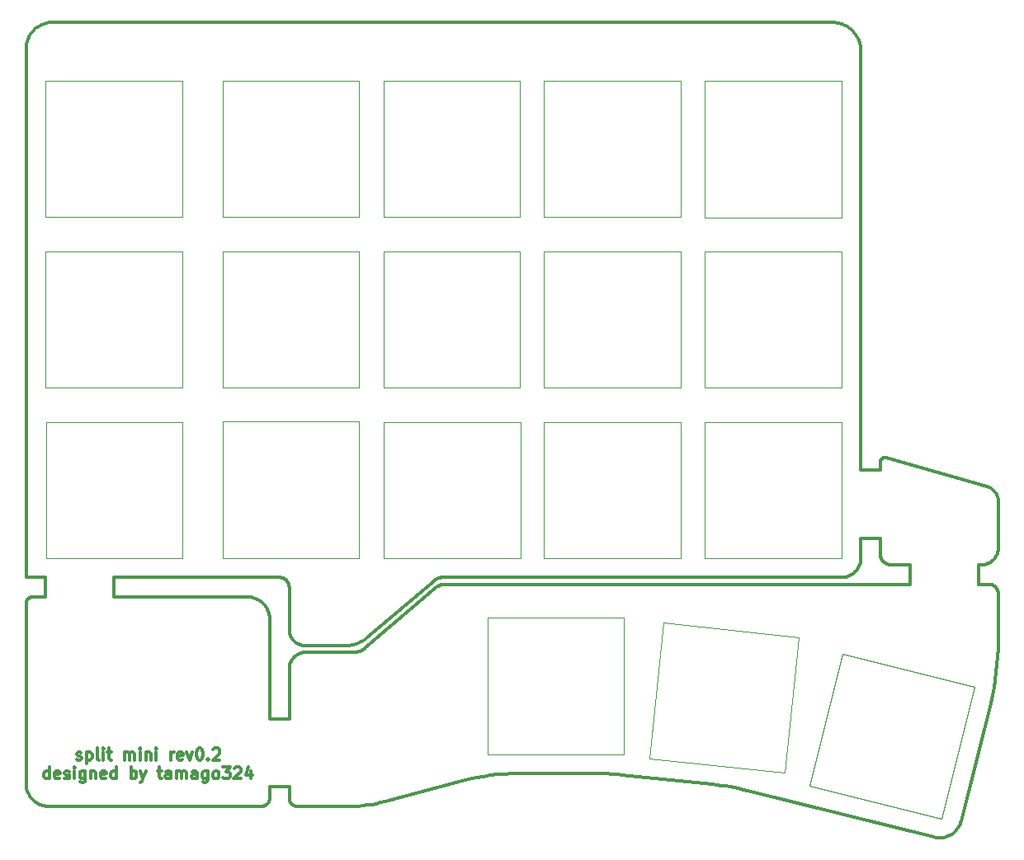
<source format=gto>
%TF.GenerationSoftware,KiCad,Pcbnew,(6.0.6)*%
%TF.CreationDate,2022-09-17T23:41:59+09:00*%
%TF.ProjectId,split-mini_top,73706c69-742d-46d6-996e-695f746f702e,rev?*%
%TF.SameCoordinates,Original*%
%TF.FileFunction,Legend,Top*%
%TF.FilePolarity,Positive*%
%FSLAX46Y46*%
G04 Gerber Fmt 4.6, Leading zero omitted, Abs format (unit mm)*
G04 Created by KiCad (PCBNEW (6.0.6)) date 2022-09-17 23:41:59*
%MOMM*%
%LPD*%
G01*
G04 APERTURE LIST*
%ADD10C,0.300000*%
%TA.AperFunction,Profile*%
%ADD11C,0.349999*%
%TD*%
%TA.AperFunction,Profile*%
%ADD12C,0.120000*%
%TD*%
%ADD13C,0.350000*%
%ADD14C,0.787400*%
%ADD15C,2.200000*%
G04 APERTURE END LIST*
D10*
X26207142Y-96619714D02*
X26321428Y-96676857D01*
X26550000Y-96676857D01*
X26664285Y-96619714D01*
X26721428Y-96505428D01*
X26721428Y-96448285D01*
X26664285Y-96334000D01*
X26550000Y-96276857D01*
X26378571Y-96276857D01*
X26264285Y-96219714D01*
X26207142Y-96105428D01*
X26207142Y-96048285D01*
X26264285Y-95934000D01*
X26378571Y-95876857D01*
X26550000Y-95876857D01*
X26664285Y-95934000D01*
X27235714Y-95876857D02*
X27235714Y-97076857D01*
X27235714Y-95934000D02*
X27350000Y-95876857D01*
X27578571Y-95876857D01*
X27692857Y-95934000D01*
X27750000Y-95991142D01*
X27807142Y-96105428D01*
X27807142Y-96448285D01*
X27750000Y-96562571D01*
X27692857Y-96619714D01*
X27578571Y-96676857D01*
X27350000Y-96676857D01*
X27235714Y-96619714D01*
X28492857Y-96676857D02*
X28378571Y-96619714D01*
X28321428Y-96505428D01*
X28321428Y-95476857D01*
X28950000Y-96676857D02*
X28950000Y-95876857D01*
X28950000Y-95476857D02*
X28892857Y-95534000D01*
X28950000Y-95591142D01*
X29007142Y-95534000D01*
X28950000Y-95476857D01*
X28950000Y-95591142D01*
X29350000Y-95876857D02*
X29807142Y-95876857D01*
X29521428Y-95476857D02*
X29521428Y-96505428D01*
X29578571Y-96619714D01*
X29692857Y-96676857D01*
X29807142Y-96676857D01*
X31121428Y-96676857D02*
X31121428Y-95876857D01*
X31121428Y-95991142D02*
X31178571Y-95934000D01*
X31292857Y-95876857D01*
X31464285Y-95876857D01*
X31578571Y-95934000D01*
X31635714Y-96048285D01*
X31635714Y-96676857D01*
X31635714Y-96048285D02*
X31692857Y-95934000D01*
X31807142Y-95876857D01*
X31978571Y-95876857D01*
X32092857Y-95934000D01*
X32150000Y-96048285D01*
X32150000Y-96676857D01*
X32721428Y-96676857D02*
X32721428Y-95876857D01*
X32721428Y-95476857D02*
X32664285Y-95534000D01*
X32721428Y-95591142D01*
X32778571Y-95534000D01*
X32721428Y-95476857D01*
X32721428Y-95591142D01*
X33292857Y-95876857D02*
X33292857Y-96676857D01*
X33292857Y-95991142D02*
X33350000Y-95934000D01*
X33464285Y-95876857D01*
X33635714Y-95876857D01*
X33750000Y-95934000D01*
X33807142Y-96048285D01*
X33807142Y-96676857D01*
X34378571Y-96676857D02*
X34378571Y-95876857D01*
X34378571Y-95476857D02*
X34321428Y-95534000D01*
X34378571Y-95591142D01*
X34435714Y-95534000D01*
X34378571Y-95476857D01*
X34378571Y-95591142D01*
X35864285Y-96676857D02*
X35864285Y-95876857D01*
X35864285Y-96105428D02*
X35921428Y-95991142D01*
X35978571Y-95934000D01*
X36092857Y-95876857D01*
X36207142Y-95876857D01*
X37064285Y-96619714D02*
X36950000Y-96676857D01*
X36721428Y-96676857D01*
X36607142Y-96619714D01*
X36550000Y-96505428D01*
X36550000Y-96048285D01*
X36607142Y-95934000D01*
X36721428Y-95876857D01*
X36950000Y-95876857D01*
X37064285Y-95934000D01*
X37121428Y-96048285D01*
X37121428Y-96162571D01*
X36550000Y-96276857D01*
X37521428Y-95876857D02*
X37807142Y-96676857D01*
X38092857Y-95876857D01*
X38778571Y-95476857D02*
X38892857Y-95476857D01*
X39007142Y-95534000D01*
X39064285Y-95591142D01*
X39121428Y-95705428D01*
X39178571Y-95934000D01*
X39178571Y-96219714D01*
X39121428Y-96448285D01*
X39064285Y-96562571D01*
X39007142Y-96619714D01*
X38892857Y-96676857D01*
X38778571Y-96676857D01*
X38664285Y-96619714D01*
X38607142Y-96562571D01*
X38550000Y-96448285D01*
X38492857Y-96219714D01*
X38492857Y-95934000D01*
X38550000Y-95705428D01*
X38607142Y-95591142D01*
X38664285Y-95534000D01*
X38778571Y-95476857D01*
X39692857Y-96562571D02*
X39750000Y-96619714D01*
X39692857Y-96676857D01*
X39635714Y-96619714D01*
X39692857Y-96562571D01*
X39692857Y-96676857D01*
X40207142Y-95591142D02*
X40264285Y-95534000D01*
X40378571Y-95476857D01*
X40664285Y-95476857D01*
X40778571Y-95534000D01*
X40835714Y-95591142D01*
X40892857Y-95705428D01*
X40892857Y-95819714D01*
X40835714Y-95991142D01*
X40150000Y-96676857D01*
X40892857Y-96676857D01*
X23435714Y-98608857D02*
X23435714Y-97408857D01*
X23435714Y-98551714D02*
X23321428Y-98608857D01*
X23092857Y-98608857D01*
X22978571Y-98551714D01*
X22921428Y-98494571D01*
X22864285Y-98380285D01*
X22864285Y-98037428D01*
X22921428Y-97923142D01*
X22978571Y-97866000D01*
X23092857Y-97808857D01*
X23321428Y-97808857D01*
X23435714Y-97866000D01*
X24464285Y-98551714D02*
X24349999Y-98608857D01*
X24121428Y-98608857D01*
X24007142Y-98551714D01*
X23949999Y-98437428D01*
X23949999Y-97980285D01*
X24007142Y-97866000D01*
X24121428Y-97808857D01*
X24349999Y-97808857D01*
X24464285Y-97866000D01*
X24521428Y-97980285D01*
X24521428Y-98094571D01*
X23949999Y-98208857D01*
X24978571Y-98551714D02*
X25092857Y-98608857D01*
X25321428Y-98608857D01*
X25435714Y-98551714D01*
X25492857Y-98437428D01*
X25492857Y-98380285D01*
X25435714Y-98266000D01*
X25321428Y-98208857D01*
X25149999Y-98208857D01*
X25035714Y-98151714D01*
X24978571Y-98037428D01*
X24978571Y-97980285D01*
X25035714Y-97866000D01*
X25149999Y-97808857D01*
X25321428Y-97808857D01*
X25435714Y-97866000D01*
X26007142Y-98608857D02*
X26007142Y-97808857D01*
X26007142Y-97408857D02*
X25949999Y-97466000D01*
X26007142Y-97523142D01*
X26064285Y-97466000D01*
X26007142Y-97408857D01*
X26007142Y-97523142D01*
X27092857Y-97808857D02*
X27092857Y-98780285D01*
X27035714Y-98894571D01*
X26978571Y-98951714D01*
X26864285Y-99008857D01*
X26692857Y-99008857D01*
X26578571Y-98951714D01*
X27092857Y-98551714D02*
X26978571Y-98608857D01*
X26749999Y-98608857D01*
X26635714Y-98551714D01*
X26578571Y-98494571D01*
X26521428Y-98380285D01*
X26521428Y-98037428D01*
X26578571Y-97923142D01*
X26635714Y-97866000D01*
X26749999Y-97808857D01*
X26978571Y-97808857D01*
X27092857Y-97866000D01*
X27664285Y-97808857D02*
X27664285Y-98608857D01*
X27664285Y-97923142D02*
X27721428Y-97866000D01*
X27835714Y-97808857D01*
X28007142Y-97808857D01*
X28121428Y-97866000D01*
X28178571Y-97980285D01*
X28178571Y-98608857D01*
X29207142Y-98551714D02*
X29092857Y-98608857D01*
X28864285Y-98608857D01*
X28749999Y-98551714D01*
X28692857Y-98437428D01*
X28692857Y-97980285D01*
X28749999Y-97866000D01*
X28864285Y-97808857D01*
X29092857Y-97808857D01*
X29207142Y-97866000D01*
X29264285Y-97980285D01*
X29264285Y-98094571D01*
X28692857Y-98208857D01*
X30292857Y-98608857D02*
X30292857Y-97408857D01*
X30292857Y-98551714D02*
X30178571Y-98608857D01*
X29949999Y-98608857D01*
X29835714Y-98551714D01*
X29778571Y-98494571D01*
X29721428Y-98380285D01*
X29721428Y-98037428D01*
X29778571Y-97923142D01*
X29835714Y-97866000D01*
X29949999Y-97808857D01*
X30178571Y-97808857D01*
X30292857Y-97866000D01*
X31778571Y-98608857D02*
X31778571Y-97408857D01*
X31778571Y-97866000D02*
X31892857Y-97808857D01*
X32121428Y-97808857D01*
X32235714Y-97866000D01*
X32292857Y-97923142D01*
X32349999Y-98037428D01*
X32349999Y-98380285D01*
X32292857Y-98494571D01*
X32235714Y-98551714D01*
X32121428Y-98608857D01*
X31892857Y-98608857D01*
X31778571Y-98551714D01*
X32749999Y-97808857D02*
X33035714Y-98608857D01*
X33321428Y-97808857D02*
X33035714Y-98608857D01*
X32921428Y-98894571D01*
X32864285Y-98951714D01*
X32749999Y-99008857D01*
X34521428Y-97808857D02*
X34978571Y-97808857D01*
X34692857Y-97408857D02*
X34692857Y-98437428D01*
X34750000Y-98551714D01*
X34864285Y-98608857D01*
X34978571Y-98608857D01*
X35892857Y-98608857D02*
X35892857Y-97980285D01*
X35835714Y-97866000D01*
X35721428Y-97808857D01*
X35492857Y-97808857D01*
X35378571Y-97866000D01*
X35892857Y-98551714D02*
X35778571Y-98608857D01*
X35492857Y-98608857D01*
X35378571Y-98551714D01*
X35321428Y-98437428D01*
X35321428Y-98323142D01*
X35378571Y-98208857D01*
X35492857Y-98151714D01*
X35778571Y-98151714D01*
X35892857Y-98094571D01*
X36464285Y-98608857D02*
X36464285Y-97808857D01*
X36464285Y-97923142D02*
X36521428Y-97866000D01*
X36635714Y-97808857D01*
X36807142Y-97808857D01*
X36921428Y-97866000D01*
X36978571Y-97980285D01*
X36978571Y-98608857D01*
X36978571Y-97980285D02*
X37035714Y-97866000D01*
X37150000Y-97808857D01*
X37321428Y-97808857D01*
X37435714Y-97866000D01*
X37492857Y-97980285D01*
X37492857Y-98608857D01*
X38578571Y-98608857D02*
X38578571Y-97980285D01*
X38521428Y-97866000D01*
X38407142Y-97808857D01*
X38178571Y-97808857D01*
X38064285Y-97866000D01*
X38578571Y-98551714D02*
X38464285Y-98608857D01*
X38178571Y-98608857D01*
X38064285Y-98551714D01*
X38007142Y-98437428D01*
X38007142Y-98323142D01*
X38064285Y-98208857D01*
X38178571Y-98151714D01*
X38464285Y-98151714D01*
X38578571Y-98094571D01*
X39664285Y-97808857D02*
X39664285Y-98780285D01*
X39607142Y-98894571D01*
X39550000Y-98951714D01*
X39435714Y-99008857D01*
X39264285Y-99008857D01*
X39150000Y-98951714D01*
X39664285Y-98551714D02*
X39550000Y-98608857D01*
X39321428Y-98608857D01*
X39207142Y-98551714D01*
X39150000Y-98494571D01*
X39092857Y-98380285D01*
X39092857Y-98037428D01*
X39150000Y-97923142D01*
X39207142Y-97866000D01*
X39321428Y-97808857D01*
X39550000Y-97808857D01*
X39664285Y-97866000D01*
X40407142Y-98608857D02*
X40292857Y-98551714D01*
X40235714Y-98494571D01*
X40178571Y-98380285D01*
X40178571Y-98037428D01*
X40235714Y-97923142D01*
X40292857Y-97866000D01*
X40407142Y-97808857D01*
X40578571Y-97808857D01*
X40692857Y-97866000D01*
X40750000Y-97923142D01*
X40807142Y-98037428D01*
X40807142Y-98380285D01*
X40750000Y-98494571D01*
X40692857Y-98551714D01*
X40578571Y-98608857D01*
X40407142Y-98608857D01*
X41207142Y-97408857D02*
X41950000Y-97408857D01*
X41550000Y-97866000D01*
X41721428Y-97866000D01*
X41835714Y-97923142D01*
X41892857Y-97980285D01*
X41950000Y-98094571D01*
X41950000Y-98380285D01*
X41892857Y-98494571D01*
X41835714Y-98551714D01*
X41721428Y-98608857D01*
X41378571Y-98608857D01*
X41264285Y-98551714D01*
X41207142Y-98494571D01*
X42407142Y-97523142D02*
X42464285Y-97466000D01*
X42578571Y-97408857D01*
X42864285Y-97408857D01*
X42978571Y-97466000D01*
X43035714Y-97523142D01*
X43092857Y-97637428D01*
X43092857Y-97751714D01*
X43035714Y-97923142D01*
X42350000Y-98608857D01*
X43092857Y-98608857D01*
X44121428Y-97808857D02*
X44121428Y-98608857D01*
X43835714Y-97351714D02*
X43550000Y-98208857D01*
X44292857Y-98208857D01*
D11*
X55994536Y-84127249D02*
X62941371Y-78230300D01*
X48455705Y-101342096D02*
X48491151Y-101359916D01*
X105370687Y-77817152D02*
X105460997Y-77781545D01*
X47249151Y-77968775D02*
X47297495Y-77982189D01*
X48349869Y-84268510D02*
X48399840Y-84332657D01*
X45319867Y-101428740D02*
X45359889Y-101421758D01*
X21038639Y-23391422D02*
X21028677Y-23525300D01*
X47793113Y-78313838D02*
X47824164Y-78353695D01*
X116441411Y-103937807D02*
X116513709Y-103854992D01*
X21784794Y-100840594D02*
X21871179Y-100915014D01*
X23025611Y-77937815D02*
X23025611Y-77937815D01*
X55329939Y-85497070D02*
X55255709Y-85526188D01*
X70133669Y-98111382D02*
X70873306Y-98074982D01*
X120701220Y-75435875D02*
X120723363Y-75356073D01*
X49434057Y-84919741D02*
X49514751Y-84929764D01*
X116937738Y-103067128D02*
X116968856Y-102954535D01*
X30025611Y-77937815D02*
X30025611Y-77937815D01*
X21622888Y-100678691D02*
X21701835Y-100761649D01*
X63118653Y-78104941D02*
X63165926Y-78078795D01*
X115644464Y-104498434D02*
X115743942Y-104453807D01*
X111774467Y-78637816D02*
X111774467Y-78637816D01*
X21025611Y-99129103D02*
X21025611Y-99129103D01*
X54196868Y-101437812D02*
X54659376Y-101430232D01*
X46021592Y-100691593D02*
X46024625Y-100650809D01*
X55372273Y-84547125D02*
X55503273Y-84474664D01*
X22555917Y-101302658D02*
X22662900Y-101338053D01*
X21548467Y-100592307D02*
X21622888Y-100678691D01*
X45657000Y-101298693D02*
X45690238Y-101275331D01*
X120580646Y-79029760D02*
X120551683Y-78992904D01*
X47724906Y-78238528D02*
X47724906Y-78238528D01*
X22347877Y-101216489D02*
X22450846Y-101262110D01*
X108806970Y-65784533D02*
X108788300Y-65805774D01*
X120521018Y-78957504D02*
X120488714Y-78923621D01*
X49514751Y-84929764D02*
X49596135Y-84935819D01*
X120754645Y-79416861D02*
X120743752Y-79369661D01*
X109021426Y-65650252D02*
X108994789Y-65659278D01*
X21821555Y-21737985D02*
X21728599Y-21835656D01*
X81752674Y-98175401D02*
X82102412Y-98209845D01*
X120292038Y-68989505D02*
X120198264Y-68906180D01*
X48184055Y-83991463D02*
X48220285Y-84063523D01*
X92353572Y-99303294D02*
X92803934Y-99370604D01*
X48025611Y-92437812D02*
X48025611Y-92437812D01*
X21701835Y-100761649D02*
X21784794Y-100840594D01*
X45863165Y-101102397D02*
X45886526Y-101069160D01*
X93700726Y-99528736D02*
X94146949Y-99619521D01*
X114217994Y-104607398D02*
X114332015Y-104632783D01*
X55544321Y-85390464D02*
X55474354Y-85429168D01*
X119849048Y-78639122D02*
X119798842Y-78637850D01*
X120378654Y-69079779D02*
X120292038Y-68989505D01*
X44992462Y-80327745D02*
X44896442Y-80267059D01*
X21184521Y-22743554D02*
X21142842Y-22869515D01*
X109159706Y-65628702D02*
X109131604Y-65629826D01*
X47437594Y-78036251D02*
X47482368Y-78058762D01*
X21871179Y-100915014D02*
X21960802Y-100984829D01*
X55026238Y-85593728D02*
X54947852Y-85609504D01*
X108676481Y-66089548D02*
X108675643Y-66118251D01*
X115439215Y-104573296D02*
X115542831Y-104538298D01*
X120175747Y-90041614D02*
X120334181Y-89253993D01*
X48387498Y-101301289D02*
X48421131Y-101322544D01*
X21232266Y-22619845D02*
X21184521Y-22743554D01*
X120774467Y-79613475D02*
X120774467Y-79613475D01*
X48568989Y-84510368D02*
X48630819Y-84563633D01*
X115841090Y-104404522D02*
X115935738Y-104350682D01*
X120755900Y-75193230D02*
X120766178Y-75110466D01*
X105951907Y-77483713D02*
X106024068Y-77421208D01*
X120773113Y-70057586D02*
X120769082Y-69992617D01*
X120457740Y-69176506D02*
X120378654Y-69079779D01*
X21960802Y-100984829D02*
X22053472Y-101049963D01*
X21212290Y-80175202D02*
X21188997Y-80202228D01*
X116859876Y-103283530D02*
X116901354Y-103176827D01*
X48641104Y-86024013D02*
X48579738Y-86077169D01*
X104062908Y-20956994D02*
X103915112Y-20945753D01*
X21318048Y-80079432D02*
X21289999Y-80101271D01*
X120153762Y-76253991D02*
X120217176Y-76199357D01*
X53787147Y-84937812D02*
X53787147Y-84937812D01*
X30025611Y-77937815D02*
X46998878Y-77937815D01*
X105274429Y-21363314D02*
X105152556Y-21293237D01*
X23743743Y-20941960D02*
X23608950Y-20945288D01*
X21376948Y-80040174D02*
X21347051Y-80059058D01*
X108770942Y-65827987D02*
X108754927Y-65851107D01*
X54627738Y-85637847D02*
X49716880Y-85637816D01*
X116582122Y-103768452D02*
X116646478Y-103678292D01*
X55806701Y-85204901D02*
X55806701Y-85204901D01*
X108681000Y-75645683D02*
X108687678Y-75699449D01*
X48263694Y-101199782D02*
X48292902Y-101227576D01*
X120488714Y-78923621D02*
X120454831Y-78891317D01*
X47981259Y-78665933D02*
X47994675Y-78714277D01*
X44593043Y-80114500D02*
X44487432Y-80073742D01*
X45783118Y-101195281D02*
X45783118Y-101195281D01*
X46998878Y-77937815D02*
X47049792Y-77939076D01*
X120678260Y-79190516D02*
X120656715Y-79148450D01*
X105027071Y-21228966D02*
X104898158Y-21170683D01*
X119898595Y-78642891D02*
X119849048Y-78639122D01*
X108687678Y-75699449D02*
X108696963Y-75752663D01*
X119329920Y-76619244D02*
X119411834Y-76604951D01*
X47150499Y-77949064D02*
X47200124Y-77957721D01*
X30025611Y-79937815D02*
X30025611Y-79937815D01*
X63482317Y-78736669D02*
X63441478Y-78756970D01*
X106583990Y-23124944D02*
X106544773Y-22986841D01*
X119247157Y-76629524D02*
X119329920Y-76619244D01*
X54708534Y-85636055D02*
X54627738Y-85637847D01*
X48027843Y-87242016D02*
X48025641Y-87329047D01*
X108704938Y-65951392D02*
X108696116Y-65978097D01*
X106675612Y-66895079D02*
X106675612Y-23852266D01*
X48527404Y-101375978D02*
X48564397Y-101390253D01*
X22247198Y-101165871D02*
X22347877Y-101216489D01*
X21036909Y-99357303D02*
X21050913Y-99470047D01*
X21236999Y-80149249D02*
X21236999Y-80149249D01*
X63441478Y-78756970D02*
X63401512Y-78779074D01*
X109187893Y-65629198D02*
X109159706Y-65628702D01*
X119492762Y-76586703D02*
X119572563Y-76564558D01*
X49376040Y-85672178D02*
X49294217Y-85691063D01*
X105876780Y-77542749D02*
X105951907Y-77483713D01*
X49213962Y-85713853D02*
X49135381Y-85740442D01*
X103915112Y-20945753D02*
X103765349Y-20941964D01*
X47345073Y-77997930D02*
X47391801Y-78015962D01*
X48220285Y-84063523D02*
X48260035Y-84133808D01*
X48292902Y-101227576D02*
X48323317Y-101253777D01*
X21028448Y-99243592D02*
X21036909Y-99357303D01*
X62941371Y-78230300D02*
X62941371Y-78230300D01*
X65758204Y-98834754D02*
X65758204Y-98834754D01*
X80350426Y-98083501D02*
X80701393Y-98099590D01*
X118774467Y-76637816D02*
X119079642Y-76637816D01*
X120221817Y-78734070D02*
X120178601Y-78714532D01*
X63742213Y-78653990D02*
X63697439Y-78662998D01*
X46000673Y-100811590D02*
X46009588Y-100772051D01*
X21471411Y-79992709D02*
X21439187Y-80006975D01*
X45696399Y-81067015D02*
X45635713Y-80970995D01*
X115333789Y-104603324D02*
X115439215Y-104573296D01*
X106479515Y-76811328D02*
X106519342Y-76723237D01*
X48260035Y-84133808D02*
X48303249Y-84202182D01*
X48361640Y-86317158D02*
X48314487Y-86383464D01*
X104686904Y-77937815D02*
X104789242Y-77935229D01*
X120334181Y-89253993D02*
X120468428Y-88462270D01*
X120087971Y-76305244D02*
X120153762Y-76253991D01*
X46025611Y-99437812D02*
X48025611Y-99437812D01*
X48509612Y-84453864D02*
X48509612Y-84453864D01*
X119877728Y-76438153D02*
X119949815Y-76397383D01*
X108727056Y-65899815D02*
X108715262Y-65925277D01*
X119411834Y-76604951D02*
X119492762Y-76586703D01*
X45197585Y-101437812D02*
X45238647Y-101436795D01*
X21047137Y-80483955D02*
X21039355Y-80518449D01*
X54947852Y-85609504D02*
X54868700Y-85621844D01*
X109078830Y-76388518D02*
X109121567Y-76421812D01*
X120344325Y-78804487D02*
X120304741Y-78779110D01*
X57403259Y-101068567D02*
X57851935Y-100956046D01*
X63324454Y-78828595D02*
X63287485Y-78855968D01*
X48602063Y-101402715D02*
X48640336Y-101413334D01*
X48024380Y-78913635D02*
X48025641Y-78964549D01*
X120217176Y-76199357D02*
X120278075Y-76141402D01*
X55612648Y-85348646D02*
X55544321Y-85390464D01*
X48838470Y-101437842D02*
X54196868Y-101437812D01*
X70873306Y-98074982D02*
X71614337Y-98062834D01*
X45925300Y-81583551D02*
X45889720Y-81476020D01*
X22771606Y-101368218D02*
X22881847Y-101393073D01*
X48314487Y-86383464D02*
X48270497Y-86452083D01*
X55121014Y-101407515D02*
X55581415Y-101369709D01*
X106519342Y-76723237D02*
X106554952Y-76632928D01*
X48579738Y-86077169D02*
X48521003Y-86133168D01*
X106586220Y-76540525D02*
X106613021Y-76446154D01*
X108891649Y-76191890D02*
X108924942Y-76234628D01*
X45279430Y-101433762D02*
X45319867Y-101428740D01*
X21641204Y-79945692D02*
X21606286Y-79951772D01*
X46025611Y-92437812D02*
X46025611Y-92437812D01*
X119993194Y-90824576D02*
X119993194Y-90824576D01*
X48185114Y-101108608D02*
X48209696Y-101140162D01*
X22582237Y-21202494D02*
X22463694Y-21262084D01*
X115008377Y-104662548D02*
X115118197Y-104648054D01*
X48078892Y-86906381D02*
X48060006Y-86988204D01*
X106675612Y-73895079D02*
X106675612Y-73895079D01*
X106335978Y-77061043D02*
X106387708Y-76980356D01*
X23475071Y-20955235D02*
X23342329Y-20971711D01*
X120551683Y-78992904D02*
X120521018Y-78957504D01*
X45570242Y-80877848D02*
X45500065Y-80787765D01*
X23608950Y-20945288D02*
X23475071Y-20955235D01*
X120019942Y-76353061D02*
X120087971Y-76305244D01*
X21142842Y-22869515D02*
X21107322Y-22997505D01*
X48025641Y-87329047D02*
X48025641Y-87329047D01*
X45622738Y-101320347D02*
X45657000Y-101298693D01*
X48771300Y-85926654D02*
X48704993Y-85973806D01*
X49275288Y-84888014D02*
X49354191Y-84905805D01*
X92803934Y-99370604D02*
X93253019Y-99445758D01*
X43704978Y-79937854D02*
X30025611Y-79937815D01*
X49678077Y-84937850D02*
X49678077Y-84937850D01*
X48025641Y-87329047D02*
X48025611Y-92437812D01*
X63878907Y-78638836D02*
X63833009Y-78641887D01*
X103765349Y-20941964D02*
X103765349Y-20941964D01*
X45989854Y-100850579D02*
X46000673Y-100811590D01*
X119949815Y-76397383D02*
X120019942Y-76353061D01*
X54238299Y-84907851D02*
X54386496Y-84884749D01*
X56951500Y-101166243D02*
X57403259Y-101068567D01*
X120727124Y-69739575D02*
X120691299Y-69618023D01*
X106158985Y-77286296D02*
X106221492Y-77214138D01*
X48026610Y-100665296D02*
X48029589Y-100705335D01*
X120097707Y-68830299D02*
X119990739Y-68762359D01*
X115935738Y-104350682D02*
X116027711Y-104292391D01*
X62941371Y-78230300D02*
X62983772Y-78195898D01*
X48694965Y-84613603D02*
X48761292Y-84660222D01*
X48162182Y-101075982D02*
X48185114Y-101108608D01*
X109300078Y-65647631D02*
X109300078Y-65647631D01*
X120198264Y-68906180D02*
X120097707Y-68830299D01*
X119635116Y-68611140D02*
X119635116Y-68611140D01*
X106675612Y-23852266D02*
X106671826Y-23702504D01*
X21070384Y-99581635D02*
X21095242Y-99691877D01*
X106446910Y-22719457D02*
X106388630Y-22590543D01*
X82102412Y-98209845D02*
X82102412Y-98209845D01*
X106093135Y-77355361D02*
X106158985Y-77286296D01*
X21026226Y-80624221D02*
X21025336Y-80660044D01*
X45980608Y-81803618D02*
X45955622Y-81692814D01*
X55255709Y-85526188D02*
X55180276Y-85552030D01*
X114559640Y-104665632D02*
X114672897Y-104673303D01*
X49459323Y-85657305D02*
X49376040Y-85672178D01*
X43820052Y-79940706D02*
X43704978Y-79937854D01*
X46025611Y-92437812D02*
X46025611Y-82258441D01*
X118774467Y-78637816D02*
X118774467Y-78637816D01*
X46025641Y-100609748D02*
X46025611Y-99437812D01*
X44487432Y-80073742D02*
X44379898Y-80038162D01*
X47391801Y-78015962D02*
X47437594Y-78036251D01*
X106011052Y-22001060D02*
X105919581Y-21895462D01*
X45587517Y-101340266D02*
X45622738Y-101320347D01*
X46022759Y-82143374D02*
X46014255Y-82029088D01*
X104989763Y-77914905D02*
X105087696Y-77897418D01*
X21025611Y-77937815D02*
X21025611Y-77937815D01*
X55180276Y-85552030D02*
X55103749Y-85574557D01*
X63263502Y-78032926D02*
X63313656Y-78013257D01*
X104492671Y-21033598D02*
X104351871Y-21001099D01*
X48075449Y-83688174D02*
X48097040Y-83765982D01*
X45551407Y-101358422D02*
X45587517Y-101340266D01*
X104765998Y-21118573D02*
X104630775Y-21072816D01*
X120042667Y-78668574D02*
X119995466Y-78657678D01*
X71614337Y-98062834D02*
X79296523Y-98062812D01*
X45476790Y-101389329D02*
X45514476Y-101374785D01*
X45085609Y-80393215D02*
X44992462Y-80327745D01*
X48050126Y-100823138D02*
X48060747Y-100861413D01*
X44797738Y-80211237D02*
X44696542Y-80160358D01*
X45500065Y-80787765D02*
X45425261Y-80700935D01*
X47200124Y-77957721D02*
X47249151Y-77968775D01*
X108998076Y-76315383D02*
X108998076Y-76315383D01*
X49354191Y-84905805D02*
X49434057Y-84919741D01*
X49135381Y-85740442D02*
X49058579Y-85770724D01*
X109272255Y-65640530D02*
X109244237Y-65635099D01*
X22463694Y-21262084D02*
X22348071Y-21327464D01*
X21747886Y-79937815D02*
X21747886Y-79937815D01*
X114332015Y-104632783D02*
X114445955Y-104652160D01*
X23025611Y-77937815D02*
X23025611Y-79937815D01*
X79296523Y-98062812D02*
X79296523Y-98062812D01*
X119572563Y-76564558D02*
X119651099Y-76538573D01*
X21676482Y-79941323D02*
X21641204Y-79945692D01*
X63416328Y-77980585D02*
X63468699Y-77967636D01*
X21110478Y-80319873D02*
X21094633Y-80351373D01*
X48025611Y-92437812D02*
X46025611Y-92437812D01*
X115542831Y-104538298D02*
X115644464Y-104498434D01*
X108893963Y-65710666D02*
X108870536Y-65727271D01*
X109075929Y-65636878D02*
X109048496Y-65642782D01*
X67200877Y-98497965D02*
X67929031Y-98365328D01*
X63362484Y-78802956D02*
X63324454Y-78828595D01*
X105278283Y-77848416D02*
X105370687Y-77817152D01*
X108675643Y-66118251D02*
X108675612Y-66895079D01*
X108688828Y-66005329D02*
X108683105Y-66033024D01*
X116968856Y-102954535D02*
X119993194Y-90824576D01*
X48029589Y-100705335D02*
X48034519Y-100745032D01*
X46024625Y-100650809D02*
X46025641Y-100609748D01*
X103765349Y-20941964D02*
X23743743Y-20941960D01*
X48209696Y-101140162D02*
X48235898Y-101170575D01*
X22235592Y-21398542D02*
X22126477Y-21475225D01*
X21262963Y-80124552D02*
X21236999Y-80149249D01*
X120774467Y-84461646D02*
X120774467Y-84461646D01*
X55103749Y-85574557D02*
X55026238Y-85593728D01*
X21478649Y-100502685D02*
X21548467Y-100592307D01*
X54962899Y-84728765D02*
X55101881Y-84674251D01*
X21095242Y-99691877D02*
X21125409Y-99800585D01*
X109300078Y-65647631D02*
X109272255Y-65640530D01*
X119163685Y-76635734D02*
X119247157Y-76629524D01*
X21028677Y-23525300D02*
X21025336Y-23660094D01*
X106660587Y-23554708D02*
X106642080Y-23409061D01*
X21025336Y-23660094D02*
X21025611Y-77937815D01*
X21201357Y-100012642D02*
X21246981Y-100115611D01*
X119635116Y-68611140D02*
X109300078Y-65647631D01*
X120725364Y-86068068D02*
X120762179Y-85265514D01*
X111774467Y-76637816D02*
X111774467Y-78637816D01*
X106435595Y-76897076D02*
X106479515Y-76811328D01*
X111774467Y-78637816D02*
X63925056Y-78637816D01*
X118774467Y-76637816D02*
X118774467Y-76637816D01*
X23342329Y-20971711D02*
X23210947Y-20994624D01*
X23743743Y-20941960D02*
X23743743Y-20941960D01*
X119995466Y-78657678D02*
X119947421Y-78649097D01*
X48025611Y-83285361D02*
X48027642Y-83367308D01*
X45955622Y-81692814D02*
X45925300Y-81583551D01*
X105634839Y-77697804D02*
X105718120Y-77649920D01*
X21188997Y-80202228D02*
X21167145Y-80230267D01*
X55402857Y-85464716D02*
X55329939Y-85497070D01*
X95034537Y-99824439D02*
X95034537Y-99824439D01*
X48465004Y-86191903D02*
X48411847Y-86253268D01*
X120774467Y-84461646D02*
X120774467Y-79613475D01*
X120578420Y-87667003D02*
X120664088Y-86868750D01*
X45928098Y-100999676D02*
X45946253Y-100963567D01*
X45848961Y-81370410D02*
X45803102Y-81266913D01*
X22881847Y-101393073D02*
X22993432Y-101412541D01*
X48839919Y-85882664D02*
X48771300Y-85926654D01*
X21701835Y-100761649D02*
X21701835Y-100761649D01*
X63697439Y-78662998D02*
X63653166Y-78673944D01*
X106635229Y-76349940D02*
X106652721Y-76252008D01*
X47724906Y-78238528D02*
X47760016Y-78275421D01*
X63251639Y-78885050D02*
X55806701Y-85204901D01*
X109165758Y-76452872D02*
X109211312Y-76481663D01*
X79296523Y-98062812D02*
X79647946Y-98065109D01*
X21067660Y-80416466D02*
X21056580Y-80449941D01*
X48121371Y-101007775D02*
X48140925Y-101042349D01*
X94146949Y-99619521D02*
X94591588Y-99718094D01*
X48411847Y-86253268D02*
X48361640Y-86317158D01*
X55994536Y-84127249D02*
X55994536Y-84127249D01*
X48014389Y-78812928D02*
X48020617Y-78863067D01*
X48025641Y-78964549D02*
X48025641Y-78964549D01*
X48564397Y-101390253D02*
X48602063Y-101402715D01*
X45345908Y-80617549D02*
X45262522Y-80538196D01*
X47824164Y-78353695D02*
X47853131Y-78394907D01*
X44896442Y-80267059D02*
X44797738Y-80211237D01*
X47927193Y-78525835D02*
X47947483Y-78571628D01*
X21347051Y-80059058D02*
X21318048Y-80079432D01*
X48020617Y-78863067D02*
X48024380Y-78913635D01*
X63575139Y-77948649D02*
X63629061Y-77942665D01*
X119990739Y-68762359D02*
X119877736Y-68702855D01*
X120178601Y-78714532D02*
X120134296Y-78697062D01*
X63214234Y-78054781D02*
X63263502Y-78032926D01*
X54088872Y-84924446D02*
X54238299Y-84907851D01*
X45425261Y-80700935D02*
X45345908Y-80617549D01*
X55238407Y-84613679D02*
X55372273Y-84547125D01*
X120741609Y-75275145D02*
X120755900Y-75193230D01*
X22450846Y-101262110D02*
X22555917Y-101302658D01*
X106616486Y-23265745D02*
X106583990Y-23124944D01*
X105823218Y-21794389D02*
X105722147Y-21698025D01*
X109508212Y-76604643D02*
X109560782Y-76616497D01*
X120769082Y-69992617D02*
X120762421Y-69928269D01*
X106221492Y-77214138D02*
X106280531Y-77139012D01*
X109667756Y-76632459D02*
X109721979Y-76636494D01*
X106675612Y-66895079D02*
X106675612Y-66895079D01*
X108960430Y-76275822D02*
X108998076Y-76315383D01*
X119651099Y-76538573D02*
X119728231Y-76508805D01*
X108924942Y-76234628D02*
X108960430Y-76275822D01*
X21080353Y-80383591D02*
X21067660Y-80416466D01*
X81402561Y-98145543D02*
X81752674Y-98175401D01*
X63925056Y-78637816D02*
X63878907Y-78638836D01*
X48025611Y-83285361D02*
X48025611Y-83285361D01*
X48704993Y-85973806D02*
X48641104Y-86024013D01*
X62983772Y-78195898D02*
X63027501Y-78163519D01*
X105722147Y-21698025D02*
X105616549Y-21606553D01*
X108683105Y-66033024D02*
X108678979Y-66061118D01*
X79647946Y-98065109D02*
X79999262Y-98072007D01*
X45977159Y-100888950D02*
X45989854Y-100850579D01*
X120774467Y-79613475D02*
X120773197Y-79563271D01*
X93253019Y-99445758D02*
X93700726Y-99528736D01*
X21439187Y-80006975D02*
X21407679Y-80022805D01*
X21353138Y-100314488D02*
X21413513Y-100410016D01*
X105183911Y-77875213D02*
X105278283Y-77848416D01*
X105549090Y-77741721D02*
X105634839Y-77697804D01*
X120773197Y-79563271D02*
X120769430Y-79513727D01*
X21107322Y-22997505D02*
X21078053Y-23127302D01*
X43934344Y-79949209D02*
X43820052Y-79940706D01*
X114785555Y-104675276D02*
X114897439Y-104671657D01*
X21728599Y-21835656D02*
X21640971Y-21937362D01*
X108675612Y-66895079D02*
X106675612Y-66895079D01*
X21125409Y-99800585D02*
X21160807Y-99907570D01*
X105392508Y-21439014D02*
X105274429Y-21363314D01*
X55755861Y-84312320D02*
X55877040Y-84222588D01*
X45399429Y-101412843D02*
X45438419Y-101402024D01*
X91449431Y-99192275D02*
X91449431Y-99192275D01*
X120304741Y-78779110D02*
X120263884Y-78755617D01*
X47649593Y-78170323D02*
X47688011Y-78203419D01*
X108740083Y-75908095D02*
X108759419Y-75958202D01*
X106675643Y-75949149D02*
X106675643Y-75949149D01*
X63925056Y-78637816D02*
X63925056Y-78637816D01*
X116513709Y-103854992D02*
X116582122Y-103768452D01*
X108740288Y-65875071D02*
X108727056Y-65899815D01*
X105460997Y-77781545D02*
X105549090Y-77741721D01*
X21167145Y-80230267D02*
X21146758Y-80259261D01*
X21712063Y-79938689D02*
X21676482Y-79941323D01*
X120762421Y-69928269D02*
X120753176Y-69864605D01*
X48235898Y-101170575D02*
X48263694Y-101199782D01*
X54386496Y-84884749D02*
X54533259Y-84855214D01*
X116813476Y-103387131D02*
X116859876Y-103283530D01*
X108708817Y-75805236D02*
X108723203Y-75857077D01*
X119819088Y-68676422D02*
X119759070Y-68652283D01*
X120743752Y-79369661D02*
X120730605Y-79323365D01*
X108826921Y-65764326D02*
X108806970Y-65784533D01*
X21028875Y-80588641D02*
X21026226Y-80624221D01*
X56497027Y-101249025D02*
X56951500Y-101166243D01*
X47853131Y-78394907D02*
X47879982Y-78437391D01*
X45197585Y-101437812D02*
X45197585Y-101437812D01*
X49197483Y-84866423D02*
X49275288Y-84888014D01*
X45635713Y-80970995D02*
X45570242Y-80877848D01*
X108870536Y-65727271D02*
X108848120Y-65745218D01*
X115226725Y-104628278D02*
X115333789Y-104603324D01*
X65758204Y-98834754D02*
X66477072Y-98654466D01*
X120278075Y-76141402D02*
X120278075Y-76141402D01*
X108715262Y-65925277D02*
X108704938Y-65951392D01*
X22993432Y-101412541D02*
X23106173Y-101426542D01*
X21055128Y-23258681D02*
X21038639Y-23391422D01*
X105152556Y-21293237D02*
X105027071Y-21228966D01*
X116285855Y-104091851D02*
X116365402Y-104016795D01*
X119947421Y-78649097D02*
X119898595Y-78642891D01*
X21033260Y-80553364D02*
X21028875Y-80588641D01*
X30025611Y-79937815D02*
X30025611Y-77937815D01*
X108676966Y-75591455D02*
X108681000Y-75645683D01*
X45886526Y-101069160D02*
X45908180Y-101034897D01*
X120591823Y-69387334D02*
X120528921Y-69279189D01*
X45359889Y-101421758D02*
X45399429Y-101412843D01*
X108805314Y-76055316D02*
X108831798Y-76102144D01*
X120675236Y-75514412D02*
X120701220Y-75435875D01*
X120611979Y-75667136D02*
X120645470Y-75591546D01*
X21285986Y-22498611D02*
X21232266Y-22619845D01*
X63737941Y-77937850D02*
X63737941Y-77937850D01*
X120278075Y-76141402D02*
X120336030Y-76080501D01*
X57851935Y-100956046D02*
X57851935Y-100956046D01*
X47688011Y-78203419D02*
X47724906Y-78238528D01*
X106671826Y-23702504D02*
X106660587Y-23554708D01*
X118774467Y-78637816D02*
X118774467Y-76637816D01*
X114672897Y-104673303D02*
X114785555Y-104675276D01*
X116116836Y-104229753D02*
X116202942Y-104162872D01*
X21410980Y-22264459D02*
X21345588Y-22380075D01*
X48025641Y-78964549D02*
X48025611Y-83285361D01*
X106324361Y-22465057D02*
X106254285Y-22343184D01*
X106675643Y-75949149D02*
X106675612Y-73895079D01*
X48034376Y-87156128D02*
X48027843Y-87242016D01*
X63609455Y-78686808D02*
X63566368Y-78701565D01*
X106499019Y-22851618D02*
X106446910Y-22719457D01*
X45946253Y-100963567D02*
X45962616Y-100926635D01*
X49678077Y-84937850D02*
X53787147Y-84937812D01*
X116646478Y-103678292D02*
X116706604Y-103584617D01*
X120263884Y-78755617D02*
X120221817Y-78734070D01*
X54868700Y-85621844D02*
X54788890Y-85630708D01*
X22953154Y-21059387D02*
X22827190Y-21101053D01*
X106544773Y-22986841D02*
X106499019Y-22851618D01*
X119759070Y-68652283D02*
X119697731Y-68630502D01*
X48027642Y-83367308D02*
X48033697Y-83448699D01*
X115118197Y-104648054D02*
X115226725Y-104628278D01*
X120774467Y-70123114D02*
X120774467Y-70123114D01*
X45238647Y-101436795D02*
X45279430Y-101433762D01*
X109048496Y-65642782D02*
X109021426Y-65650252D01*
X108848120Y-65745218D02*
X108826921Y-65764326D01*
X63072486Y-78133191D02*
X63118653Y-78104941D01*
X109244237Y-65635099D02*
X109216093Y-65631326D01*
X108754927Y-65851107D02*
X108740288Y-65875071D01*
X104789242Y-77935229D02*
X104890237Y-77927551D01*
X120528921Y-69279189D02*
X120457740Y-69176506D01*
X109306150Y-76532285D02*
X109355252Y-76554041D01*
X108918171Y-65695552D02*
X108893963Y-65710666D01*
X46014255Y-82029088D02*
X46000179Y-81915773D01*
X48910742Y-85841941D02*
X48839919Y-85882664D01*
X120769430Y-79513727D02*
X120763225Y-79464903D01*
X119877736Y-68702855D02*
X119819088Y-68676422D01*
X47879982Y-78437391D02*
X47904681Y-78481061D01*
X23106173Y-101426542D02*
X23219880Y-101435000D01*
X21558764Y-22042879D02*
X21482069Y-22151986D01*
X63251639Y-78885050D02*
X63251639Y-78885050D01*
X45811433Y-101165526D02*
X45838124Y-101134542D01*
X106387708Y-76980356D02*
X106435595Y-76897076D01*
X21919236Y-21645039D02*
X21821555Y-21737985D01*
X55631204Y-84396371D02*
X55755861Y-84312320D01*
X120574820Y-75741045D02*
X120611979Y-75667136D01*
X49629850Y-85640017D02*
X49543962Y-85646549D01*
X47049792Y-77939076D02*
X47100361Y-77942837D01*
X120441915Y-75951292D02*
X120489731Y-75883262D01*
X48025611Y-100624983D02*
X48025611Y-100624983D01*
X109037636Y-76353029D02*
X109078830Y-76388518D01*
X105506609Y-21520155D02*
X105392508Y-21439014D01*
X109613994Y-76625781D02*
X109667756Y-76632459D01*
X21821555Y-21737985D02*
X21821555Y-21737985D01*
X48034519Y-100745032D02*
X48041374Y-100784322D01*
X63683353Y-77939056D02*
X63737941Y-77937850D01*
X21482069Y-22151986D02*
X21410980Y-22264459D01*
X21094633Y-80351373D02*
X21080353Y-80383591D01*
X106673052Y-76051487D02*
X106675643Y-75949149D01*
X49716880Y-85637816D02*
X49629850Y-85640017D01*
X104686904Y-77937815D02*
X104686904Y-77937815D01*
X106613021Y-76446154D02*
X106635229Y-76349940D01*
X44696542Y-80160358D02*
X44593043Y-80114500D01*
X46009588Y-100772051D02*
X46016570Y-100732029D01*
X106178587Y-22225104D02*
X106097448Y-22111002D01*
X106388630Y-22590543D02*
X106324361Y-22465057D01*
X47568523Y-78110308D02*
X47609736Y-78139275D01*
X108831798Y-76102144D02*
X108860588Y-76147699D01*
X47904681Y-78481061D02*
X47927193Y-78525835D01*
X45889720Y-81476020D02*
X45848961Y-81370410D01*
X120697798Y-79233732D02*
X120678260Y-79190516D01*
X119079642Y-76637816D02*
X119079642Y-76637816D01*
X48041374Y-100784322D02*
X48050126Y-100823138D01*
X120336030Y-76080501D02*
X120390662Y-76017084D01*
X116202942Y-104162872D02*
X116285855Y-104091851D01*
X22149000Y-101110337D02*
X22247198Y-101165871D01*
X45962616Y-100926635D02*
X45977159Y-100888950D01*
X104208555Y-20975503D02*
X104062908Y-20956994D01*
X108675612Y-75536856D02*
X108676966Y-75591455D01*
X22020951Y-21557422D02*
X21919236Y-21645039D01*
X47100361Y-77942837D02*
X47150499Y-77949064D01*
X94591588Y-99718094D02*
X95034537Y-99824439D01*
X63468699Y-77967636D02*
X63521660Y-77956982D01*
X21246981Y-100115611D02*
X21297601Y-100216290D01*
X109211312Y-76481663D02*
X109258140Y-76508146D01*
X104898158Y-21170683D02*
X104765998Y-21118573D01*
X48025611Y-100624983D02*
X48026610Y-100665296D01*
X48838470Y-101437842D02*
X48838470Y-101437842D01*
X63566368Y-78701565D02*
X63523968Y-78718193D01*
X45514476Y-101374785D02*
X45551407Y-101358422D01*
X120656715Y-79148450D02*
X120633223Y-79107594D01*
X45752222Y-81165717D02*
X45696399Y-81067015D01*
X119798842Y-78637850D02*
X118774467Y-78637816D01*
X105616549Y-21606553D02*
X105506609Y-21520155D01*
X120753176Y-69864605D02*
X120727124Y-69739575D01*
X63737941Y-77937850D02*
X104686904Y-77937815D01*
X48798162Y-101436844D02*
X48838470Y-101437842D01*
X120715266Y-79278035D02*
X120697798Y-79233732D01*
X48679149Y-101422085D02*
X48718435Y-101428938D01*
X44047665Y-79963285D02*
X43934344Y-79949209D01*
X21345588Y-22380075D02*
X21285986Y-22498611D01*
X120774467Y-74942950D02*
X120774467Y-70123114D01*
X108723203Y-75857077D02*
X108740083Y-75908095D01*
X63629061Y-77942665D02*
X63683353Y-77939056D01*
X120762179Y-85265514D02*
X120774467Y-84461646D01*
X63165926Y-78078795D02*
X63214234Y-78054781D01*
X66477072Y-98654466D02*
X67200877Y-98497965D01*
X48758129Y-101433867D02*
X48798162Y-101436844D01*
X47965517Y-78618355D02*
X47981259Y-78665933D01*
X48060006Y-86988204D02*
X48045132Y-87071489D01*
X21146758Y-80259261D02*
X21127860Y-80289149D01*
X55679226Y-85303752D02*
X55612648Y-85348646D01*
X120382575Y-78831688D02*
X120344325Y-78804487D01*
X44159825Y-79982855D02*
X44047665Y-79963285D01*
X68660941Y-98256633D02*
X69396017Y-98171959D01*
X105718120Y-77649920D02*
X105798809Y-77598194D01*
X108696116Y-65978097D02*
X108688828Y-66005329D01*
X109258140Y-76508146D02*
X109306150Y-76532285D01*
X116762328Y-103487528D02*
X116813476Y-103387131D01*
X21025611Y-77937815D02*
X23025611Y-77937815D01*
X23210947Y-20994624D02*
X23081148Y-21023879D01*
X105798809Y-77598194D02*
X105876780Y-77542749D01*
X105087696Y-77897418D02*
X105183911Y-77875213D01*
X63313656Y-78013257D02*
X63364623Y-77995801D01*
X120134296Y-78697062D02*
X120088965Y-78681722D01*
X48101683Y-86826126D02*
X48078892Y-86906381D01*
X109776572Y-76637847D02*
X109776572Y-76637847D01*
X69396017Y-98171959D02*
X70133669Y-98111382D01*
X106642080Y-23409061D02*
X106616486Y-23265745D01*
X47760016Y-78275421D02*
X47793113Y-78313838D01*
X104351871Y-21001099D02*
X104208555Y-20975503D01*
X54788890Y-85630708D02*
X54708534Y-85636055D01*
X63287485Y-78855968D02*
X63251639Y-78885050D01*
X49045708Y-84812066D02*
X49120911Y-84841088D01*
X48128272Y-86747545D02*
X48101683Y-86826126D01*
X104630775Y-21072816D02*
X104492671Y-21033598D01*
X120772386Y-75026993D02*
X120774467Y-74942950D01*
X63401512Y-78779074D02*
X63362484Y-78802956D01*
X48303249Y-84202182D02*
X48349869Y-84268510D01*
X21297601Y-100216290D02*
X21353138Y-100314488D01*
X106665370Y-76152481D02*
X106673052Y-76051487D01*
X49120911Y-84841088D02*
X49197483Y-84866423D01*
X71614337Y-98062834D02*
X71614337Y-98062834D01*
X106097448Y-22111002D02*
X106011052Y-22001060D01*
X48354871Y-101278357D02*
X48387498Y-101301289D01*
X21050913Y-99470047D02*
X21070384Y-99581635D01*
X21407679Y-80022805D02*
X21376948Y-80040174D01*
X53938420Y-84934458D02*
X54088872Y-84924446D01*
X48087486Y-100936075D02*
X48103549Y-100972329D01*
X45838124Y-101134542D02*
X45863165Y-101102397D01*
X108998076Y-76315383D02*
X109037636Y-76353029D01*
X48158555Y-86670743D02*
X48128272Y-86747545D01*
X49596135Y-84935819D02*
X49678077Y-84937850D01*
X54533259Y-84855214D02*
X54678384Y-84819322D01*
X21025336Y-80660044D02*
X21025611Y-99129103D01*
X109405357Y-76573378D02*
X109456374Y-76590257D01*
X21236999Y-80149249D02*
X21212290Y-80175202D01*
X120390662Y-76017084D02*
X120441915Y-75951292D01*
X21025336Y-80660044D02*
X21025336Y-80660044D01*
X108696963Y-75752663D02*
X108708817Y-75805236D01*
X47609736Y-78139275D02*
X47649593Y-78170323D01*
X44379898Y-80038162D02*
X44270632Y-80007841D01*
X54627738Y-85637847D02*
X54627738Y-85637847D01*
X119803821Y-76475312D02*
X119877728Y-76438153D01*
X116027711Y-104292391D02*
X116116836Y-104229753D01*
X119728231Y-76508805D02*
X119803821Y-76475312D01*
X21640971Y-21937362D02*
X21558764Y-22042879D01*
X22126477Y-21475225D02*
X22020951Y-21557422D01*
X116365402Y-104016795D02*
X116441411Y-103937807D01*
X105919581Y-21895462D02*
X105823218Y-21794389D01*
X48323317Y-101253777D02*
X48354871Y-101278357D01*
X108678979Y-66061118D02*
X108676481Y-66089548D01*
X45345908Y-80617549D02*
X45345908Y-80617549D01*
X63787423Y-78646946D02*
X63742213Y-78653990D01*
X108860588Y-76147699D02*
X108891649Y-76191890D01*
X55581415Y-101369709D02*
X56040209Y-101316863D01*
X108675612Y-75536856D02*
X108675612Y-75536856D01*
X63523968Y-78718193D02*
X63482317Y-78736669D01*
X46025611Y-99437812D02*
X46025611Y-99437812D01*
X120730605Y-79323365D02*
X120715266Y-79278035D01*
X109456374Y-76590257D02*
X109508212Y-76604643D01*
X45908180Y-101034897D02*
X45928098Y-100999676D01*
X108781176Y-76007305D02*
X108805314Y-76055316D01*
X106254285Y-22343184D02*
X106178587Y-22225104D01*
X43704978Y-79937854D02*
X43704978Y-79937854D01*
X120664088Y-86868750D02*
X120725364Y-86068068D01*
X55743947Y-85255824D02*
X55679226Y-85303752D01*
X55877040Y-84222588D02*
X55994536Y-84127249D01*
X48761292Y-84660222D02*
X48829666Y-84703434D01*
X63833009Y-78641887D02*
X63787423Y-78646946D01*
X95034537Y-99824439D02*
X114217994Y-104607398D01*
X23334365Y-101437834D02*
X23334365Y-101437834D01*
X109121567Y-76421812D02*
X109165758Y-76452872D01*
X48043721Y-83529397D02*
X48057657Y-83609267D01*
X108994789Y-65659278D02*
X108968654Y-65669845D01*
X48399840Y-84332657D02*
X48453107Y-84394487D01*
X57851935Y-100956046D02*
X65758204Y-98834754D01*
X48122376Y-83842557D02*
X48151400Y-83917762D01*
X109103655Y-65632555D02*
X109075929Y-65636878D01*
X48270497Y-86452083D02*
X48229773Y-86522906D01*
X54659376Y-101430232D02*
X55121014Y-101407515D01*
X48140925Y-101042349D02*
X48162182Y-101075982D01*
X67929031Y-98365328D02*
X68660941Y-98256633D01*
X114445955Y-104652160D02*
X114559640Y-104665632D01*
X23025611Y-79937815D02*
X21747886Y-79937815D01*
X45262522Y-80538196D02*
X45175692Y-80463392D01*
X48509612Y-84453864D02*
X48568989Y-84510368D01*
X47526039Y-78083459D02*
X47568523Y-78110308D01*
X119079642Y-76637816D02*
X119163685Y-76635734D01*
X48491151Y-101359916D02*
X48527404Y-101375978D01*
X63364623Y-77995801D02*
X63416328Y-77980585D01*
X21056580Y-80449941D02*
X21047137Y-80483955D01*
X47482368Y-78058762D02*
X47526039Y-78083459D01*
X45438419Y-101402024D02*
X45476790Y-101389329D01*
X120774467Y-70123114D02*
X120773113Y-70057586D01*
X120633223Y-79107594D02*
X120607846Y-79068011D01*
X21747886Y-79937815D02*
X21712063Y-79938689D01*
X48192424Y-86595828D02*
X48158555Y-86670743D01*
X108675612Y-66895079D02*
X108675612Y-66895079D01*
X21606286Y-79951772D02*
X21571789Y-79959538D01*
X115743942Y-104453807D02*
X115841090Y-104404522D01*
X21571789Y-79959538D02*
X21537771Y-79968966D01*
X119697731Y-68630502D02*
X119635116Y-68611140D01*
X91902037Y-99243845D02*
X92353572Y-99303294D01*
X55101881Y-84674251D02*
X55238407Y-84613679D01*
X120646074Y-69500444D02*
X120591823Y-69387334D01*
X120723363Y-75356073D02*
X120741609Y-75275145D01*
X108870536Y-65727271D02*
X108870536Y-65727271D01*
X54678384Y-84819322D02*
X54821665Y-84777147D01*
X45722382Y-101250289D02*
X45753364Y-101223597D01*
X119993194Y-90824576D02*
X120175747Y-90041614D01*
X21413513Y-100410016D02*
X21478649Y-100502685D01*
X48229773Y-86522906D02*
X48192424Y-86595828D01*
X48025611Y-99437812D02*
X48025611Y-100624983D01*
X44270632Y-80007841D02*
X44159825Y-79982855D01*
X48983665Y-85804593D02*
X48910742Y-85841941D01*
X45783118Y-101195281D02*
X45811433Y-101165526D01*
X48640336Y-101413334D02*
X48679149Y-101422085D01*
X120607846Y-79068011D02*
X120580646Y-79029760D01*
X63521660Y-77956982D02*
X63575139Y-77948649D01*
X46025641Y-100609748D02*
X46025641Y-100609748D01*
X48630819Y-84563633D02*
X48694965Y-84613603D01*
X120645470Y-75591546D02*
X120675236Y-75514412D01*
X48453107Y-84394487D02*
X48509612Y-84453864D01*
X22053472Y-101049963D02*
X22149000Y-101110337D01*
X23081148Y-21023879D02*
X22953154Y-21059387D01*
X119798842Y-78637850D02*
X119798842Y-78637850D01*
X120468428Y-88462270D02*
X120578420Y-87667003D01*
X80701393Y-98099590D02*
X81052120Y-98120271D01*
X23025611Y-79937815D02*
X23025611Y-79937815D01*
X49058579Y-85770724D02*
X48983665Y-85804593D01*
X63653166Y-78673944D02*
X63609455Y-78686808D01*
X108675643Y-66118251D02*
X108675643Y-66118251D01*
X108968654Y-65669845D02*
X108943091Y-65681941D01*
X106675612Y-73895079D02*
X108675612Y-73895079D01*
X48103549Y-100972329D02*
X48121371Y-101007775D01*
X55806701Y-85204901D02*
X55743947Y-85255824D01*
X48263694Y-101199782D02*
X48263694Y-101199782D01*
X46025611Y-82258441D02*
X46025611Y-82258441D01*
X120088965Y-78681722D02*
X120042667Y-78668574D01*
X104890237Y-77927551D02*
X104989763Y-77914905D01*
X22827190Y-21101053D02*
X22703476Y-21148786D01*
X48033697Y-83448699D02*
X48043721Y-83529397D01*
X116901354Y-103176827D02*
X116937738Y-103067128D01*
X114897439Y-104671657D02*
X115008377Y-104662548D01*
X47947483Y-78571628D02*
X47965517Y-78618355D01*
X45175692Y-80463392D02*
X45085609Y-80393215D01*
X48899950Y-84743182D02*
X48972009Y-84779412D01*
X21078053Y-23127302D02*
X21055128Y-23258681D01*
X21039355Y-80518449D02*
X21033260Y-80553364D01*
X120774467Y-74942950D02*
X120774467Y-74942950D01*
X49294217Y-85691063D02*
X49213962Y-85713853D01*
X120766178Y-75110466D02*
X120772386Y-75026993D01*
X22703476Y-21148786D02*
X22582237Y-21202494D01*
X81052120Y-98120271D02*
X81402561Y-98145543D01*
X55503273Y-84474664D02*
X55631204Y-84396371D01*
X23219880Y-101435000D02*
X23334365Y-101437834D01*
X48005730Y-78763304D02*
X48014389Y-78812928D01*
X48057657Y-83609267D02*
X48075449Y-83688174D01*
X46998878Y-77937815D02*
X46998878Y-77937815D01*
X109776572Y-76637847D02*
X111774467Y-76637816D01*
X82102412Y-98209845D02*
X91449431Y-99192275D01*
X120419431Y-78860652D02*
X120382575Y-78831688D01*
X46000179Y-81915773D02*
X45980608Y-81803618D01*
X45753364Y-101223597D02*
X45783118Y-101195281D01*
X108943091Y-65681941D02*
X108918171Y-65695552D01*
X45803102Y-81266913D02*
X45752222Y-81165717D01*
X21537771Y-79968966D02*
X21504292Y-79980031D01*
X56040209Y-101316863D02*
X56497027Y-101249025D01*
X120691299Y-69618023D02*
X120646074Y-69500444D01*
X21127860Y-80289149D02*
X21110478Y-80319873D01*
X48045132Y-87071489D02*
X48034376Y-87156128D01*
X106554952Y-76632928D02*
X106586220Y-76540525D01*
X22662900Y-101338053D02*
X22771606Y-101368218D01*
X120489731Y-75883262D02*
X120534051Y-75813133D01*
X45690238Y-101275331D02*
X45722382Y-101250289D01*
X21289999Y-80101271D02*
X21262963Y-80124552D01*
X54821665Y-84777147D02*
X54962899Y-84728765D01*
X106652721Y-76252008D02*
X106665370Y-76152481D01*
X91449431Y-99192275D02*
X91902037Y-99243845D01*
X108675612Y-73895079D02*
X108675612Y-75536856D01*
X114217994Y-104607398D02*
X114217994Y-104607398D01*
X54196868Y-101437812D02*
X54196868Y-101437812D01*
X79999262Y-98072007D02*
X80350426Y-98083501D01*
X109355252Y-76554041D02*
X109405357Y-76573378D01*
X116706604Y-103584617D02*
X116762328Y-103487528D01*
X116968856Y-102954535D02*
X116968856Y-102954535D01*
X63027501Y-78163519D02*
X63072486Y-78133191D01*
X48151400Y-83917762D02*
X48184055Y-83991463D01*
X108788300Y-65805774D02*
X108770942Y-65827987D01*
X48972009Y-84779412D02*
X49045708Y-84812066D01*
X48718435Y-101428938D02*
X48758129Y-101433867D01*
X106280531Y-77139012D02*
X106335978Y-77061043D01*
X109216093Y-65631326D02*
X109187893Y-65629198D01*
X48060747Y-100861413D02*
X48073210Y-100899081D01*
X48829666Y-84703434D02*
X48899950Y-84743182D01*
X48025611Y-99437812D02*
X48025611Y-99437812D01*
X21025336Y-23660094D02*
X21025336Y-23660094D01*
X55474354Y-85429168D02*
X55402857Y-85464716D01*
X46016570Y-100732029D02*
X46021592Y-100691593D01*
X120534051Y-75813133D02*
X120574820Y-75741045D01*
X21025611Y-99129103D02*
X21028448Y-99243592D01*
X23334365Y-101437834D02*
X45197585Y-101437812D01*
X21160807Y-99907570D02*
X21201357Y-100012642D01*
X109131604Y-65629826D02*
X109103655Y-65632555D01*
X53787147Y-84937812D02*
X53938420Y-84934458D01*
X120454831Y-78891317D02*
X120419431Y-78860652D01*
X46025611Y-82258441D02*
X46022759Y-82143374D01*
X21504292Y-79980031D02*
X21471411Y-79992709D01*
X111774467Y-76637816D02*
X111774467Y-76637816D01*
X48521003Y-86133168D02*
X48465004Y-86191903D01*
X109721979Y-76636494D02*
X109776572Y-76637847D01*
X48421131Y-101322544D02*
X48455705Y-101342096D01*
X22348071Y-21327464D02*
X22235592Y-21398542D01*
X48097040Y-83765982D02*
X48122376Y-83842557D01*
X120763225Y-79464903D02*
X120754645Y-79416861D01*
X106024068Y-77421208D02*
X106093135Y-77355361D01*
X47297495Y-77982189D02*
X47345073Y-77997930D01*
X48073210Y-100899081D02*
X48087486Y-100936075D01*
X109560782Y-76616497D02*
X109613994Y-76625781D01*
X49543962Y-85646549D02*
X49459323Y-85657305D01*
X108675612Y-73895079D02*
X108675612Y-73895079D01*
X108759419Y-75958202D02*
X108781176Y-76007305D01*
X47994675Y-78714277D02*
X48005730Y-78763304D01*
D12*
%TO.C,SW6*%
X23040000Y-58460000D02*
X37040000Y-58460000D01*
X37040000Y-58460000D02*
X37040000Y-44460000D01*
X37040000Y-44460000D02*
X23040000Y-44460000D01*
X23040000Y-44460000D02*
X23040000Y-58460000D01*
%TO.C,SW11*%
X23050000Y-61960000D02*
X23050000Y-75960000D01*
X23050000Y-75960000D02*
X37050000Y-75960000D01*
X37050000Y-75960000D02*
X37050000Y-61960000D01*
X37050000Y-61960000D02*
X23050000Y-61960000D01*
%TO.C,SW9*%
X74170000Y-58460000D02*
X88170000Y-58460000D01*
X88170000Y-58460000D02*
X88170000Y-44460000D01*
X88170000Y-44460000D02*
X74170000Y-44460000D01*
X74170000Y-44460000D02*
X74170000Y-58460000D01*
%TO.C,SW3*%
X57710000Y-40950000D02*
X71710000Y-40950000D01*
X71710000Y-40950000D02*
X71710000Y-26950000D01*
X57710000Y-26950000D02*
X57710000Y-40950000D01*
X71710000Y-26950000D02*
X57710000Y-26950000D01*
%TO.C,SW5*%
X90690000Y-40960000D02*
X104690000Y-40960000D01*
X90690000Y-26960000D02*
X90690000Y-40960000D01*
X104690000Y-26960000D02*
X90690000Y-26960000D01*
X104690000Y-40960000D02*
X104690000Y-26960000D01*
%TO.C,SW15*%
X90670000Y-61960000D02*
X90670000Y-75960000D01*
X104670000Y-75960000D02*
X104670000Y-61960000D01*
X90670000Y-75960000D02*
X104670000Y-75960000D01*
X104670000Y-61960000D02*
X90670000Y-61960000D01*
%TO.C,SW7*%
X55180000Y-58450000D02*
X55180000Y-44450000D01*
X41180000Y-58450000D02*
X55180000Y-58450000D01*
X41180000Y-44450000D02*
X41180000Y-58450000D01*
X55180000Y-44450000D02*
X41180000Y-44450000D01*
%TO.C,SW16*%
X82370000Y-82080000D02*
X68370000Y-82080000D01*
X68370000Y-96080000D02*
X82370000Y-96080000D01*
X82370000Y-96080000D02*
X82370000Y-82080000D01*
X68370000Y-82080000D02*
X68370000Y-96080000D01*
%TO.C,SW18*%
X104770483Y-85753477D02*
X101383577Y-99337617D01*
X101383577Y-99337617D02*
X114967717Y-102724523D01*
X118354623Y-89140383D02*
X104770483Y-85753477D01*
X114967717Y-102724523D02*
X118354623Y-89140383D01*
%TO.C,SW8*%
X71710000Y-44460000D02*
X57710000Y-44460000D01*
X71710000Y-58460000D02*
X71710000Y-44460000D01*
X57710000Y-44460000D02*
X57710000Y-58460000D01*
X57710000Y-58460000D02*
X71710000Y-58460000D01*
%TO.C,SW17*%
X100346253Y-84056746D02*
X86422946Y-82593347D01*
X98882854Y-97980053D02*
X100346253Y-84056746D01*
X84959547Y-96516654D02*
X98882854Y-97980053D01*
X86422946Y-82593347D02*
X84959547Y-96516654D01*
%TO.C,SW10*%
X104680000Y-58470000D02*
X104680000Y-44470000D01*
X90680000Y-58470000D02*
X104680000Y-58470000D01*
X104680000Y-44470000D02*
X90680000Y-44470000D01*
X90680000Y-44470000D02*
X90680000Y-58470000D01*
%TO.C,SW2*%
X55170000Y-26950000D02*
X41170000Y-26950000D01*
X41170000Y-26950000D02*
X41170000Y-40950000D01*
X55170000Y-40950000D02*
X55170000Y-26950000D01*
X41170000Y-40950000D02*
X55170000Y-40950000D01*
%TO.C,SW13*%
X71740000Y-75980000D02*
X71740000Y-61980000D01*
X57740000Y-75980000D02*
X71740000Y-75980000D01*
X57740000Y-61980000D02*
X57740000Y-75980000D01*
X71740000Y-61980000D02*
X57740000Y-61980000D01*
%TO.C,SW12*%
X55180000Y-61940000D02*
X41180000Y-61940000D01*
X41180000Y-61940000D02*
X41180000Y-75940000D01*
X41180000Y-75940000D02*
X55180000Y-75940000D01*
X55180000Y-75940000D02*
X55180000Y-61940000D01*
%TO.C,SW14*%
X74160000Y-61960000D02*
X74160000Y-75960000D01*
X74160000Y-75960000D02*
X88160000Y-75960000D01*
X88160000Y-61960000D02*
X74160000Y-61960000D01*
X88160000Y-75960000D02*
X88160000Y-61960000D01*
%TO.C,SW1*%
X37040000Y-40930000D02*
X37040000Y-26930000D01*
X23040000Y-40930000D02*
X37040000Y-40930000D01*
X23040000Y-26930000D02*
X23040000Y-40930000D01*
X37040000Y-26930000D02*
X23040000Y-26930000D01*
%TO.C,SW4*%
X88180000Y-40930000D02*
X88180000Y-26930000D01*
X74180000Y-40930000D02*
X88180000Y-40930000D01*
X88180000Y-26930000D02*
X74180000Y-26930000D01*
X74180000Y-26930000D02*
X74180000Y-40930000D01*
%TD*%
D13*
X47240000Y-94590000D03*
X47240000Y-98400000D03*
X47240000Y-97130000D03*
X47240000Y-93320000D03*
X47240000Y-95860000D03*
X52020000Y-80950000D03*
X112800000Y-84690000D03*
X53040000Y-95600000D03*
X97680000Y-23950000D03*
X112690000Y-78114000D03*
X113960000Y-78114000D03*
X116500000Y-78114000D03*
X117770000Y-78114000D03*
X115230000Y-78114000D03*
X107196000Y-70300000D03*
X107196000Y-67760000D03*
X107196000Y-71570000D03*
X107196000Y-69030000D03*
X107196000Y-72840000D03*
X30040000Y-23950000D03*
X27780000Y-78516000D03*
X26510000Y-78516000D03*
X29050000Y-78516000D03*
X25240000Y-78516000D03*
X23970000Y-78516000D03*
%LPC*%
D14*
%TO.C,REF\u002A\u002A*%
X47240000Y-94590000D03*
X47240000Y-98400000D03*
X47240000Y-97130000D03*
X47240000Y-93320000D03*
X47240000Y-95860000D03*
%TD*%
D15*
%TO.C,HOLE3*%
X52020000Y-80950000D03*
%TD*%
%TO.C,HOLE5*%
X112800000Y-84690000D03*
%TD*%
%TO.C,HOLE4*%
X53040000Y-95600000D03*
%TD*%
%TO.C,HOLE2*%
X97680000Y-23950000D03*
%TD*%
D14*
%TO.C,REF\u002A\u002A*%
X112690000Y-78114000D03*
X113960000Y-78114000D03*
X116500000Y-78114000D03*
X117770000Y-78114000D03*
X115230000Y-78114000D03*
%TD*%
%TO.C,REF\u002A\u002A*%
X107196000Y-70300000D03*
X107196000Y-67760000D03*
X107196000Y-71570000D03*
X107196000Y-69030000D03*
X107196000Y-72840000D03*
%TD*%
D15*
%TO.C,HOLE1*%
X30040000Y-23950000D03*
%TD*%
D14*
%TO.C,REF\u002A\u002A*%
X27780000Y-78516000D03*
X26510000Y-78516000D03*
X29050000Y-78516000D03*
X25240000Y-78516000D03*
X23970000Y-78516000D03*
%TD*%
M02*

</source>
